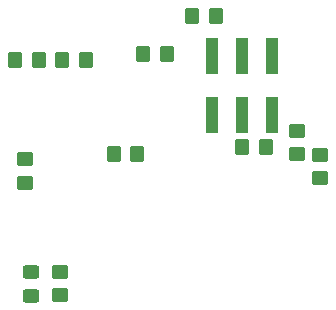
<source format=gbr>
%TF.GenerationSoftware,KiCad,Pcbnew,8.0.3*%
%TF.CreationDate,2024-08-02T22:41:38+02:00*%
%TF.ProjectId,IOT board sensor,494f5420-626f-4617-9264-2073656e736f,rev?*%
%TF.SameCoordinates,Original*%
%TF.FileFunction,Paste,Bot*%
%TF.FilePolarity,Positive*%
%FSLAX46Y46*%
G04 Gerber Fmt 4.6, Leading zero omitted, Abs format (unit mm)*
G04 Created by KiCad (PCBNEW 8.0.3) date 2024-08-02 22:41:38*
%MOMM*%
%LPD*%
G01*
G04 APERTURE LIST*
G04 Aperture macros list*
%AMRoundRect*
0 Rectangle with rounded corners*
0 $1 Rounding radius*
0 $2 $3 $4 $5 $6 $7 $8 $9 X,Y pos of 4 corners*
0 Add a 4 corners polygon primitive as box body*
4,1,4,$2,$3,$4,$5,$6,$7,$8,$9,$2,$3,0*
0 Add four circle primitives for the rounded corners*
1,1,$1+$1,$2,$3*
1,1,$1+$1,$4,$5*
1,1,$1+$1,$6,$7*
1,1,$1+$1,$8,$9*
0 Add four rect primitives between the rounded corners*
20,1,$1+$1,$2,$3,$4,$5,0*
20,1,$1+$1,$4,$5,$6,$7,0*
20,1,$1+$1,$6,$7,$8,$9,0*
20,1,$1+$1,$8,$9,$2,$3,0*%
G04 Aperture macros list end*
%ADD10RoundRect,0.250000X-0.450000X0.325000X-0.450000X-0.325000X0.450000X-0.325000X0.450000X0.325000X0*%
%ADD11RoundRect,0.250000X0.350000X0.450000X-0.350000X0.450000X-0.350000X-0.450000X0.350000X-0.450000X0*%
%ADD12RoundRect,0.250000X-0.350000X-0.450000X0.350000X-0.450000X0.350000X0.450000X-0.350000X0.450000X0*%
%ADD13RoundRect,0.250000X0.450000X-0.350000X0.450000X0.350000X-0.450000X0.350000X-0.450000X-0.350000X0*%
%ADD14RoundRect,0.250000X-0.450000X0.350000X-0.450000X-0.350000X0.450000X-0.350000X0.450000X0.350000X0*%
%ADD15R,1.000000X3.150000*%
G04 APERTURE END LIST*
D10*
%TO.C,D1*%
X149000000Y-103000000D03*
X149000000Y-105050000D03*
%TD*%
D11*
%TO.C,R5*%
X168894000Y-92456000D03*
X166894000Y-92456000D03*
%TD*%
D12*
%TO.C,R8*%
X156000000Y-93000000D03*
X158000000Y-93000000D03*
%TD*%
%TO.C,R2*%
X151667500Y-85090000D03*
X153667500Y-85090000D03*
%TD*%
%TO.C,R1*%
X147667500Y-85090000D03*
X149667500Y-85090000D03*
%TD*%
D13*
%TO.C,R4*%
X151500000Y-105000000D03*
X151500000Y-103000000D03*
%TD*%
D12*
%TO.C,R9*%
X162650000Y-81350000D03*
X164650000Y-81350000D03*
%TD*%
D11*
%TO.C,R3*%
X160500000Y-84582000D03*
X158500000Y-84582000D03*
%TD*%
D13*
%TO.C,R6*%
X148500000Y-95500000D03*
X148500000Y-93500000D03*
%TD*%
D14*
%TO.C,R11*%
X173482000Y-93091000D03*
X173482000Y-95091000D03*
%TD*%
D15*
%TO.C,J10*%
X164338000Y-84709000D03*
X164338000Y-89759000D03*
X166878000Y-84709000D03*
X166878000Y-89759000D03*
X169418000Y-84709000D03*
X169418000Y-89759000D03*
%TD*%
D13*
%TO.C,R10*%
X171500000Y-93075000D03*
X171500000Y-91075000D03*
%TD*%
M02*

</source>
